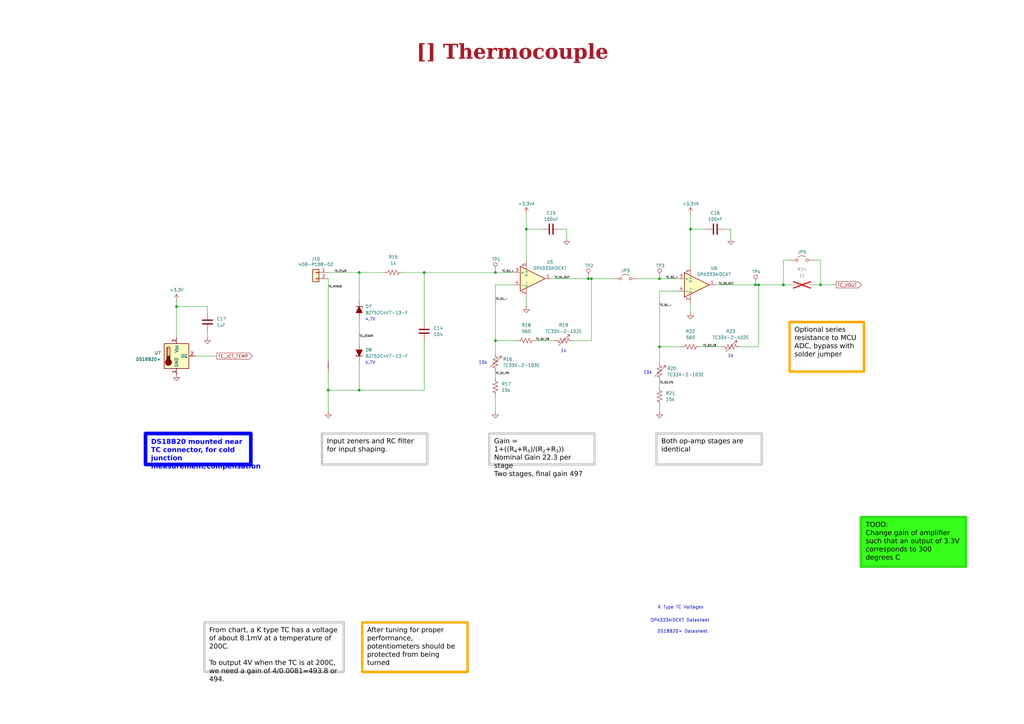
<source format=kicad_sch>
(kicad_sch (version 20250114) (generator "eeschema") (generator_version "9.0")
  (paper "A3")
  (title_block (title "Thermocouple") (date "Last Modified Date") (rev "${REVISION}") (company "${COMPANY}"))
  (lib_symbols
    (symbol "Amplifier_Operational:OPA333xxDBV" (pin_names (offset 0.127))
      (property "Reference" "U" (at -1.27 6.35 0))
      (property "Value" "OPA333xxDBV" (at -1.27 3.81 0))
      (symbol "OPA333xxDBV_0_1"
        (polyline (pts (xy -5.08 5.08) (xy 5.08 0) (xy -5.08 -5.08) (xy -5.08 5.08)) (stroke (width 0.254)) (fill (type background)))
        (pin power_in line (at -2.54 7.62 270) (length 3.81) (name "V+") (number "5"))
        (pin power_in line (at -2.54 -7.62 90) (length 3.81) (name "V-") (number "2"))
      )
      (symbol "OPA333xxDBV_1_1"
        (pin input line (at -7.62 2.54 0) (length 2.54) (name "+") (number "3"))
        (pin input line (at -7.62 -2.54 0) (length 2.54) (name "-") (number "4"))
        (pin output line (at 7.62 0 180) (length 2.54) (name "~") (number "1"))
      )
    )
    (symbol "Connector:TestPoint" (pin_numbers (hide yes)) (pin_names (offset 0.762) (hide yes))
      (property "Reference" "TP" (at 0 6.858 0))
      (property "Value" "TestPoint" (at 0 5.08 0))
      (symbol "TestPoint_0_1"
        (circle (center 0 3.302) (radius 0.762))
      )
      (symbol "TestPoint_1_1"
        (pin passive line (at 0 0 90) (length 2.54) (name "1") (number "1"))
      )
    )
    (symbol "Connector_Generic:Conn_01x02" (pin_names (offset 1.016) (hide yes))
      (property "Reference" "J" (at 0 2.54 0))
      (property "Value" "Conn_01x02" (at 0 -5.08 0))
      (symbol "Conn_01x02_1_1"
        (rectangle (start -1.27 1.27) (end 1.27 -3.81) (stroke (width 0.254)) (fill (type background)))
        (rectangle (start -1.27 0.127) (end 0 -0.127) (stroke (width 0.1524)))
        (rectangle (start -1.27 -2.413) (end 0 -2.667) (stroke (width 0.1524)))
        (pin passive line (at -5.08 0 0) (length 3.81) (name "Pin_1") (number "1"))
        (pin passive line (at -5.08 -2.54 0) (length 3.81) (name "Pin_2") (number "2"))
      )
    )
    (symbol "Device:C" (pin_numbers (hide yes)) (pin_names (offset 0.254))
      (property "Reference" "C" (at 0.635 2.54 0))
      (property "Value" "C" (at 0.635 -2.54 0))
      (symbol "C_0_1"
        (polyline (pts (xy -2.032 0.762) (xy 2.032 0.762)) (stroke (width 0.508)))
        (polyline (pts (xy -2.032 -0.762) (xy 2.032 -0.762)) (stroke (width 0.508)))
      )
      (symbol "C_1_1"
        (pin passive line (at 0 3.81 270) (length 2.794) (name "~") (number "1"))
        (pin passive line (at 0 -3.81 90) (length 2.794) (name "~") (number "2"))
      )
    )
    (symbol "Device:D_Zener_Filled" (pin_numbers (hide yes)) (pin_names (offset 1.016) (hide yes))
      (property "Reference" "D" (at 0 2.54 0))
      (property "Value" "D_Zener_Filled" (at 0 -2.54 0))
      (symbol "D_Zener_Filled_0_1"
        (polyline (pts (xy -1.27 -1.27) (xy -1.27 1.27) (xy -0.762 1.27)) (stroke (width 0.254)))
        (polyline (pts (xy 1.27 0) (xy -1.27 0)))
        (polyline (pts (xy 1.27 -1.27) (xy 1.27 1.27) (xy -1.27 0) (xy 1.27 -1.27)) (stroke (width 0.254)) (fill (type outline)))
      )
      (symbol "D_Zener_Filled_1_1"
        (pin passive line (at -3.81 0 0) (length 2.54) (name "K") (number "1"))
        (pin passive line (at 3.81 0 180) (length 2.54) (name "A") (number "2"))
      )
    )
    (symbol "Device:NetTie_2" (pin_numbers (hide yes)) (pin_names (offset 0) (hide yes)) (in_bom no)
      (property "Reference" "NT" (at 0 1.27 0))
      (property "Value" "NetTie_2" (at 0 -1.27 0))
      (symbol "NetTie_2_0_1"
        (polyline (pts (xy -1.27 0) (xy 1.27 0)) (stroke (width 0.254)))
      )
      (symbol "NetTie_2_1_1"
        (pin passive line (at -2.54 0 0) (length 2.54) (name "1") (number "1"))
        (pin passive line (at 2.54 0 180) (length 2.54) (name "2") (number "2"))
      )
    )
    (symbol "Device:R_US" (pin_numbers (hide yes)) (pin_names (offset 0))
      (property "Reference" "R" (at 2.54 0 90))
      (property "Value" "R_US" (at -2.54 0 90))
      (symbol "R_US_0_1"
        (polyline (pts (xy 0 2.286) (xy 0 2.54)))
        (polyline (pts (xy 0 2.286) (xy 1.016 1.905) (xy 0 1.524) (xy -1.016 1.143) (xy 0 0.762)))
        (polyline (pts (xy 0 0.762) (xy 1.016 0.381) (xy 0 0) (xy -1.016 -0.381) (xy 0 -0.762)))
        (polyline (pts (xy 0 -0.762) (xy 1.016 -1.143) (xy 0 -1.524) (xy -1.016 -1.905) (xy 0 -2.286)))
        (polyline (pts (xy 0 -2.286) (xy 0 -2.54)))
      )
      (symbol "R_US_1_1"
        (pin passive line (at 0 3.81 270) (length 1.27) (name "~") (number "1"))
        (pin passive line (at 0 -3.81 90) (length 1.27) (name "~") (number "2"))
      )
    )
    (symbol "Device:R_Variable_US" (pin_numbers (hide yes)) (pin_names (offset 0))
      (property "Reference" "R" (at 2.54 -2.54 90))
      (property "Value" "R_Variable_US" (at -2.54 -1.27 90))
      (symbol "R_Variable_US_0_1"
        (polyline (pts (xy 0 2.286) (xy 0 2.54)))
        (polyline (pts (xy 0 2.286) (xy 1.016 1.905) (xy 0 1.524) (xy -1.016 1.143) (xy 0 0.762)) (stroke (width 0.1524)))
        (polyline (pts (xy 0 0.762) (xy 1.016 0.381) (xy 0 0) (xy -1.016 -0.381) (xy 0 -0.762)))
        (polyline (pts (xy 0 -0.762) (xy 1.016 -1.143) (xy 0 -1.524) (xy -1.016 -1.905) (xy 0 -2.286)))
        (polyline (pts (xy 0 -2.286) (xy 0 -2.54)))
        (polyline (pts (xy 2.286 1.524) (xy 2.54 2.54) (xy 1.524 2.286) (xy 2.54 2.54) (xy -2.032 -2.032)) (stroke (width 0.1524)))
      )
      (symbol "R_Variable_US_1_1"
        (pin passive line (at 0 3.81 270) (length 1.27) (name "~") (number "1"))
        (pin passive line (at 0 -3.81 90) (length 1.27) (name "~") (number "2"))
      )
    )
    (symbol "Jumper:Jumper_2_Open" (pin_numbers (hide yes)) (pin_names (offset 0) (hide yes))
      (property "Reference" "JP" (at 0 2.794 0))
      (property "Value" "Jumper_2_Open" (at 0 -2.286 0))
      (symbol "Jumper_2_Open_0_0"
        (circle (center -2.032 0) (radius 0.508))
        (circle (center 2.032 0) (radius 0.508))
      )
      (symbol "Jumper_2_Open_0_1"
        (arc (start -1.524 1.27) (mid 0 1.778) (end 1.524 1.27))
      )
      (symbol "Jumper_2_Open_1_1"
        (pin passive line (at -5.08 0 0) (length 2.54) (name "A") (number "1"))
        (pin passive line (at 5.08 0 180) (length 2.54) (name "B") (number "2"))
      )
    )
    (symbol "Sensor_Temperature:DS18B20"
      (property "Reference" "U" (at -3.81 6.35 0))
      (property "Value" "DS18B20" (at 6.35 6.35 0))
      (symbol "DS18B20_0_1"
        (rectangle (start -5.08 5.08) (end 5.08 -5.08) (stroke (width 0.254)) (fill (type background)))
        (polyline (pts (xy -3.937 3.175) (xy -3.937 0)) (stroke (width 0.254)))
        (polyline (pts (xy -3.937 3.175) (xy -3.302 3.175)) (stroke (width 0.254)))
        (polyline (pts (xy -3.937 2.54) (xy -3.302 2.54)) (stroke (width 0.254)))
        (polyline (pts (xy -3.937 1.905) (xy -3.302 1.905)) (stroke (width 0.254)))
        (polyline (pts (xy -3.937 1.27) (xy -3.302 1.27)) (stroke (width 0.254)))
        (polyline (pts (xy -3.937 0.635) (xy -3.302 0.635)) (stroke (width 0.254)))
        (arc (start -3.937 3.175) (mid -3.302 3.8073) (end -2.667 3.175) (stroke (width 0.254)))
        (circle (center -3.302 -2.54) (radius 1.27) (stroke (width 0.254)) (fill (type outline)))
        (polyline (pts (xy -2.667 3.175) (xy -2.667 0)) (stroke (width 0.254)))
        (rectangle (start -2.667 -1.905) (end -3.937 0) (stroke (width 0.254)) (fill (type outline)))
      )
      (symbol "DS18B20_1_1"
        (pin power_in line (at 0 7.62 270) (length 2.54) (name "V_{DD}") (number "3"))
        (pin power_in line (at 0 -7.62 90) (length 2.54) (name "GND") (number "1"))
        (pin bidirectional line (at 7.62 0 180) (length 2.54) (name "DQ") (number "2"))
      )
    )
    (symbol "power:+3.3V" (power) (pin_numbers (hide yes)) (pin_names (offset 0) (hide yes))
      (property "Value" "+3.3V" (at 0 3.556 0))
      (symbol "+3.3V_0_1"
        (polyline (pts (xy -0.762 1.27) (xy 0 2.54)))
        (polyline (pts (xy 0 2.54) (xy 0.762 1.27)))
        (polyline (pts (xy 0 0) (xy 0 2.54)))
      )
      (symbol "+3.3V_1_1"
        (pin power_in line (at 0 0 90) (length 0) (name "~") (number "1"))
      )
    )
    (symbol "power:+3.3VA" (power) (pin_numbers (hide yes)) (pin_names (offset 0) (hide yes))
      (property "Value" "+3.3VA" (at 0 3.556 0))
      (symbol "+3.3VA_0_1"
        (polyline (pts (xy -0.762 1.27) (xy 0 2.54)))
        (polyline (pts (xy 0 2.54) (xy 0.762 1.27)))
        (polyline (pts (xy 0 0) (xy 0 2.54)))
      )
      (symbol "+3.3VA_1_1"
        (pin power_in line (at 0 0 90) (length 0) (name "~") (number "1"))
      )
    )
    (symbol "power:GND" (power) (pin_numbers (hide yes)) (pin_names (offset 0) (hide yes))
      (property "Value" "GND" (at 0 -3.81 0))
      (symbol "GND_0_1"
        (polyline (pts (xy 0 0) (xy 0 -1.27) (xy 1.27 -1.27) (xy 0 -2.54) (xy -1.27 -1.27) (xy 0 -1.27)))
      )
      (symbol "GND_1_1"
        (pin power_in line (at 0 0 270) (length 0) (name "~") (number "1"))
      )
    )
  )
  (text "OPA333AIDCKT Datasheet" (at 278.892 254.508 0) (effects (font (size 1.27 1.27))))
  (text "4.7V" (at 151.892 131.064 0) (effects (font (size 1.27 1.27))))
  (text "10k" (at 198.12 148.844 0) (effects (font (size 1.27 1.27))))
  (text "1k" (at 299.72 146.05 0) (effects (font (size 1.27 1.27))))
  (text "1k" (at 231.14 144.018 0) (effects (font (size 1.27 1.27))))
  (text "4.7V" (at 151.892 148.844 0) (effects (font (size 1.27 1.27))))
  (text "DS18B20+ Datasheet" (at 279.908 259.08 0) (effects (font (size 1.27 1.27))))
  (text "K Type TC Voltages" (at 279.146 249.174 0) (effects (font (size 1.27 1.27))))
  (text "10k" (at 265.684 152.908 0) (effects (font (size 1.27 1.27))))
  (text_box "From chart, a K type TC has a voltage of about 8.1mV at a temperature of 200C.\n\nTo output 4V when the TC is at 200C, we need a gain of 4/0.0081=493.8 or 494." (at 83.82 255.27 0) (size 57.15 20.32) (margins 2 2 2 2) (stroke (width 1) (color 200 200 200 1)) (effects (font (size 2 2)) (justify left top)))
  (text_box "DS18B20 mounted near TC connector, for cold junction measurement/compensation" (at 59.69 177.8 0) (size 43.18 12.7) (margins 2.25 2.25 2.25 2.25) (stroke (width 1.5) (color 0 0 255 1)) (effects (font (size 2 2) (thickness 0.4) (bold yes)) (justify left top)))
  (text_box "After tuning for proper performance, potentiometers should be protected from being turned" (at 148.59 255.27 0) (size 43.18 20.32) (margins 2 2 2 2) (stroke (width 1) (color 255 165 0 1)) (effects (font (size 2 2)) (justify left top)))
  (text_box "Input zeners and RC filter for input shaping." (at 132.08 177.8 0) (size 43.18 12.7) (margins 2 2 2 2) (stroke (width 1) (color 200 200 200 1)) (effects (font (size 2 2)) (justify left top)))
  (text_box "Optional series resistance to MCU ADC, bypass with solder jumper" (at 323.85 132.08 0) (size 30.48 20.32) (margins 2 2 2 2) (stroke (width 1) (color 255 165 0 1)) (effects (font (size 2 2)) (justify left top)))
  (text_box "Gain = 1+((R_{4}+R_{5})/(R_{2}+R_{3}))\nNominal Gain 22.3 per stage\nTwo stages, final gain 497" (at 200.66 177.8 0) (size 43.18 12.7) (margins 2 2 2 2) (stroke (width 1) (color 200 200 200 1)) (effects (font (size 2 2)) (justify left top)))
  (text_box "TODO:\nChange gain of amplifier such that an output of 3.3V corresponds to 300 degrees C" (at 353.06 212.09 0) (size 43.18 20.32) (margins 2 2 2 2) (stroke (width 1) (color 47 219 23 1)) (fill (type color) (color 55 255 27 1)) (effects (font (size 2 2)) (justify left top)))
  (text_box "[${#}] ${TITLE}" (at 12.7 15.24 0) (size 394.97 12.7) (margins 4.4999 4.4999 4.4999 4.4999) (stroke (width -0.0001)) (effects (font (size 6 6) (thickness 1.2) (bold yes))))
  (text_box "Both op-amp stages are identical" (at 269.24 177.8 0) (size 43.18 12.7) (margins 2 2 2 2) (stroke (width 1) (color 200 200 200 1)) (effects (font (size 2 2)) (justify left top)))
  (junction (at 134.62 160.02))
  (junction (at 270.51 114.3))
  (junction (at 215.9 93.98))
  (junction (at 147.32 160.02))
  (junction (at 72.39 125.73))
  (junction (at 336.55 116.84))
  (junction (at 242.57 114.3))
  (junction (at 173.99 111.76))
  (junction (at 270.51 142.24))
  (junction (at 309.88 116.84))
  (junction (at 241.3 114.3))
  (junction (at 283.21 93.98))
  (junction (at 203.2 139.7))
  (junction (at 203.2 111.76))
  (junction (at 311.15 116.84))
  (junction (at 321.31 116.84))
  (junction (at 147.32 111.76))
  (wire (pts (xy 270.51 142.24) (xy 279.4 142.24)))
  (wire (pts (xy 336.55 116.84) (xy 342.9 116.84)))
  (wire (pts (xy 270.51 114.3) (xy 278.13 114.3)))
  (wire (pts (xy 261.62 114.3) (xy 270.51 114.3)))
  (wire (pts (xy 173.99 111.76) (xy 203.2 111.76)))
  (wire (pts (xy 147.32 130.81) (xy 147.32 140.97)))
  (wire (pts (xy 219.71 139.7) (xy 227.33 139.7)))
  (wire (pts (xy 134.62 111.76) (xy 147.32 111.76)))
  (wire (pts (xy 299.72 93.98) (xy 299.72 97.79)))
  (wire (pts (xy 232.41 93.98) (xy 232.41 97.79)))
  (wire (pts (xy 311.15 142.24) (xy 311.15 116.84)))
  (wire (pts (xy 210.82 116.84) (xy 203.2 116.84)))
  (wire (pts (xy 270.51 156.21) (xy 270.51 158.75)))
  (wire (pts (xy 147.32 111.76) (xy 147.32 123.19)))
  (wire (pts (xy 270.51 166.37) (xy 270.51 168.91)))
  (wire (pts (xy 134.62 152.4) (xy 134.62 160.02)))
  (wire (pts (xy 203.2 116.84) (xy 203.2 139.7)))
  (wire (pts (xy 283.21 128.27) (xy 283.21 124.46)))
  (wire (pts (xy 311.15 116.84) (xy 321.31 116.84)))
  (wire (pts (xy 270.51 119.38) (xy 270.51 142.24)))
  (wire (pts (xy 203.2 139.7) (xy 212.09 139.7)))
  (wire (pts (xy 72.39 125.73) (xy 72.39 138.43)))
  (wire (pts (xy 332.74 116.84) (xy 336.55 116.84)))
  (wire (pts (xy 283.21 87.63) (xy 283.21 93.98)))
  (wire (pts (xy 321.31 106.68) (xy 321.31 116.84)))
  (wire (pts (xy 309.88 116.84) (xy 311.15 116.84)))
  (wire (pts (xy 270.51 142.24) (xy 270.51 148.59)))
  (wire (pts (xy 222.25 93.98) (xy 215.9 93.98)))
  (wire (pts (xy 203.2 152.4) (xy 203.2 154.94)))
  (wire (pts (xy 287.02 142.24) (xy 295.91 142.24)))
  (wire (pts (xy 203.2 139.7) (xy 203.2 144.78)))
  (wire (pts (xy 242.57 114.3) (xy 251.46 114.3)))
  (wire (pts (xy 303.53 142.24) (xy 311.15 142.24)))
  (wire (pts (xy 147.32 111.76) (xy 157.48 111.76)))
  (wire (pts (xy 226.06 114.3) (xy 241.3 114.3)))
  (wire (pts (xy 85.09 135.89) (xy 85.09 138.43)))
  (wire (pts (xy 242.57 139.7) (xy 242.57 114.3)))
  (wire (pts (xy 134.62 114.3) (xy 134.62 147.32)))
  (wire (pts (xy 323.85 106.68) (xy 321.31 106.68)))
  (wire (pts (xy 283.21 93.98) (xy 283.21 109.22)))
  (wire (pts (xy 215.9 125.73) (xy 215.9 121.92)))
  (wire (pts (xy 293.37 116.84) (xy 309.88 116.84)))
  (wire (pts (xy 203.2 162.56) (xy 203.2 168.91)))
  (wire (pts (xy 203.2 111.76) (xy 210.82 111.76)))
  (wire (pts (xy 80.01 146.05) (xy 88.9 146.05)))
  (wire (pts (xy 72.39 125.73) (xy 85.09 125.73)))
  (wire (pts (xy 173.99 111.76) (xy 173.99 132.08)))
  (wire (pts (xy 241.3 114.3) (xy 242.57 114.3)))
  (wire (pts (xy 147.32 160.02) (xy 173.99 160.02)))
  (wire (pts (xy 229.87 93.98) (xy 232.41 93.98)))
  (wire (pts (xy 334.01 106.68) (xy 336.55 106.68)))
  (wire (pts (xy 72.39 123.19) (xy 72.39 125.73)))
  (wire (pts (xy 147.32 148.59) (xy 147.32 160.02)))
  (wire (pts (xy 215.9 87.63) (xy 215.9 93.98)))
  (wire (pts (xy 134.62 160.02) (xy 134.62 168.91)))
  (wire (pts (xy 134.62 160.02) (xy 147.32 160.02)))
  (wire (pts (xy 321.31 116.84) (xy 325.12 116.84)))
  (wire (pts (xy 278.13 119.38) (xy 270.51 119.38)))
  (wire (pts (xy 173.99 139.7) (xy 173.99 160.02)))
  (wire (pts (xy 234.95 139.7) (xy 242.57 139.7)))
  (wire (pts (xy 297.18 93.98) (xy 299.72 93.98)))
  (wire (pts (xy 289.56 93.98) (xy 283.21 93.98)))
  (wire (pts (xy 215.9 93.98) (xy 215.9 106.68)))
  (wire (pts (xy 165.1 111.76) (xy 173.99 111.76)))
  (wire (pts (xy 336.55 106.68) (xy 336.55 116.84)))
  (wire (pts (xy 85.09 128.27) (xy 85.09 125.73)))
  (label "TC_S1_-" (at 270.51 125.73 0) (effects (font (size 0.762 0.762))))
  (label "TC_S1_FB" (at 219.71 139.7 0) (effects (font (size 0.762 0.762))))
  (label "TC_S1_+" (at 205.74 111.76 0) (effects (font (size 0.762 0.762))))
  (label "TC_S2_FB" (at 288.29 142.24 0) (effects (font (size 0.762 0.762))))
  (label "TC_S1_PD" (at 203.2 153.67 0) (effects (font (size 0.762 0.762))))
  (label "TC_S2_OUT" (at 294.64 116.84 0) (effects (font (size 0.762 0.762))))
  (label "TC_PLUS" (at 137.16 111.76 0) (effects (font (size 0.762 0.762))))
  (label "TC_ZENER" (at 147.32 138.43 0) (effects (font (size 0.762 0.762))))
  (label "TC_MINUS" (at 134.62 118.11 0) (effects (font (size 0.762 0.762))))
  (label "TC_S2_+" (at 273.05 114.3 0) (effects (font (size 0.762 0.762))))
  (label "TC_S1_OUT" (at 227.33 114.3 0) (effects (font (size 0.762 0.762))))
  (label "TC_S2_PD" (at 270.51 157.48 0) (effects (font (size 0.762 0.762))))
  (label "TC_S1_-" (at 203.2 123.19 0) (effects (font (size 0.762 0.762))))
  (global_label "TC_VOUT" (shape output) (at 342.9 116.84 0) (property "Intersheetrefs" "${INTERSHEET_REFS}" (effects (hide yes))))
  (global_label "TC_JCT_TEMP" (shape output) (at 88.9 146.05 0) (property "Intersheetrefs" "${INTERSHEET_REFS}" (effects (hide yes))))
  (symbol (lib_id "Connector:TestPoint") (at 203.2 111.76 0) (unit 1)
    (property "Reference" "TP1" (at 201.676 106.426 0) (effects (justify left)))
    (property "Value" "TestPoint" (effects (hide yes)))
    (property "Footprint" "Connector_PinHeader_2.54mm:PinHeader_1x01_P2.54mm_Vertical" (effects (hide yes)))
    (property "Description" "test point" (effects (hide yes)))
  )
  (symbol (lib_id "power:GND") (at 134.62 168.91 0) (unit 1)
    (property "Reference" "#PWR036" (effects (hide yes)))
    (property "Value" "GND" (effects (hide yes)))
    (property "Description" "Power symbol creates a global label with name \"GND\" , ground" (effects (hide yes)))
  )
  (symbol (lib_id "Device:R_US") (at 270.51 162.56 0) (unit 1)
    (property "Reference" "R21" (at 273.05 161.2899 0) (effects (justify left)))
    (property "Value" "15k" (at 273.05 163.8299 0) (effects (justify left)))
    (property "Footprint" "Resistor_SMD:R_0603_1608Metric_Pad0.98x0.95mm_HandSolder" (effects (hide yes)))
    (property "Description" "Resistor, US symbol" (effects (hide yes)))
  )
  (symbol (lib_id "Device:R_Variable_US") (at 231.14 139.7 270) (mirror x) (unit 1)
    (property "Reference" "R19" (at 231.14 133.35 90))
    (property "Value" "TC33X-2-102E" (at 231.14 135.89 90))
    (property "Footprint" "Potentiometer_SMD:Potentiometer_Bourns_TC33X_Vertical" (effects (hide yes)))
    (property "Description" "Variable resistor, US symbol" (effects (hide yes)))
  )
  (symbol (lib_id "power:GND") (at 72.39 153.67 0) (unit 1)
    (property "Reference" "#PWR046" (effects (hide yes)))
    (property "Value" "GND" (effects (hide yes)))
    (property "Description" "Power symbol creates a global label with name \"GND\" , ground" (effects (hide yes)))
  )
  (symbol (lib_id "power:GND") (at 299.72 97.79 0) (unit 1)
    (property "Reference" "#PWR044" (effects (hide yes)))
    (property "Value" "GND" (effects (hide yes)))
    (property "Description" "Power symbol creates a global label with name \"GND\" , ground" (effects (hide yes)))
  )
  (symbol (lib_id "Device:R_US") (at 283.21 142.24 90) (unit 1)
    (property "Reference" "R22" (at 283.21 135.89 90))
    (property "Value" "560" (at 283.21 138.43 90))
    (property "Footprint" "Resistor_SMD:R_0603_1608Metric_Pad0.98x0.95mm_HandSolder" (effects (hide yes)))
    (property "Description" "Resistor, US symbol" (effects (hide yes)))
  )
  (symbol (lib_id "Jumper:Jumper_2_Open") (at 256.54 114.3 0) (unit 1)
    (property "Reference" "JP3" (at 256.54 110.998 0))
    (property "Value" "Jumper_2_Open" (effects (hide yes)))
    (property "Footprint" "Connector_PinHeader_2.54mm:PinHeader_1x02_P2.54mm_Vertical" (effects (hide yes)))
    (property "Description" "Jumper, 2-pole, open" (effects (hide yes)))
  )
  (symbol (lib_id "power:GND") (at 215.9 125.73 0) (unit 1)
    (property "Reference" "#PWR039" (effects (hide yes)))
    (property "Value" "GND" (effects (hide yes)))
    (property "Description" "Power symbol creates a global label with name \"GND\" , ground" (effects (hide yes)))
  )
  (symbol (lib_id "Device:D_Zener_Filled") (at 147.32 144.78 90) (unit 1)
    (property "Reference" "D8" (at 149.86 143.5099 90) (effects (justify right)))
    (property "Value" "BZT52C4V7-13-F" (at 149.86 146.0499 90) (effects (justify right)))
    (property "Footprint" "Diode_SMD:D_SOD-123" (effects (hide yes)))
    (property "Description" "Zener diode, filled shape" (effects (hide yes)))
  )
  (symbol (lib_id "power:GND") (at 203.2 168.91 0) (unit 1)
    (property "Reference" "#PWR037" (effects (hide yes)))
    (property "Value" "GND" (effects (hide yes)))
    (property "Description" "Power symbol creates a global label with name \"GND\" , ground" (effects (hide yes)))
  )
  (symbol (lib_id "Device:R_US") (at 215.9 139.7 90) (unit 1)
    (property "Reference" "R18" (at 215.9 133.35 90))
    (property "Value" "560" (at 215.9 135.89 90))
    (property "Footprint" "Resistor_SMD:R_0603_1608Metric_Pad0.98x0.95mm_HandSolder" (effects (hide yes)))
    (property "Description" "Resistor, US symbol" (effects (hide yes)))
  )
  (symbol (lib_id "Device:NetTie_2") (at 134.62 149.86 90) (unit 1) (in_bom no)
    (property "Reference" "NT1" (effects (hide yes)))
    (property "Value" "NetTie_2" (effects (hide yes)))
    (property "Footprint" "NetTie:NetTie-2_SMD_Pad0.5mm" (effects (hide yes)))
    (property "Description" "Net tie, 2 pins" (effects (hide yes)))
  )
  (symbol (lib_id "Device:R_Variable_US") (at 270.51 152.4 0) (unit 1)
    (property "Reference" "R20" (at 273.558 151.13 0) (effects (justify left)))
    (property "Value" "TC33X-2-103E" (at 273.558 153.67 0) (effects (justify left)))
    (property "Footprint" "Potentiometer_SMD:Potentiometer_Bourns_TC33X_Vertical" (effects (hide yes)))
    (property "Description" "Variable resistor, US symbol" (effects (hide yes)))
  )
  (symbol (lib_id "power:GND") (at 283.21 128.27 0) (unit 1)
    (property "Reference" "#PWR043" (effects (hide yes)))
    (property "Value" "GND" (effects (hide yes)))
    (property "Description" "Power symbol creates a global label with name \"GND\" , ground" (effects (hide yes)))
  )
  (symbol (lib_id "Device:D_Zener_Filled") (at 147.32 127 270) (unit 1)
    (property "Reference" "D7" (at 149.86 125.7299 90) (effects (justify left)))
    (property "Value" "BZT52C4V7-13-F" (at 149.86 128.2699 90) (effects (justify left)))
    (property "Footprint" "Diode_SMD:D_SOD-123" (effects (hide yes)))
    (property "Description" "Zener diode, filled shape" (effects (hide yes)))
  )
  (symbol (lib_id "Sensor_Temperature:DS18B20") (at 72.39 146.05 0) (unit 1)
    (property "Reference" "U7" (at 66.04 144.7799 0) (effects (justify right)))
    (property "Value" "DS18B20+" (at 66.04 147.3199 0) (effects (justify right)))
    (property "Footprint" "Package_TO_SOT_THT:TO-92_Inline" (effects (hide yes)))
    (property "Datasheet" "http://datasheets.maximintegrated.com/en/ds/DS18B20.pdf" (effects (hide yes)))
    (property "Description" "Programmable Resolution 1-Wire Digital Thermometer TO-92" (effects (hide yes)))
  )
  (symbol (lib_id "Device:R_US") (at 328.93 116.84 90) (unit 1) (dnp yes)
    (property "Reference" "R24" (at 328.93 110.49 90))
    (property "Value" "1k" (at 328.93 113.03 90))
    (property "Footprint" "Resistor_SMD:R_0603_1608Metric_Pad0.98x0.95mm_HandSolder" (effects (hide yes)))
    (property "Description" "Resistor, US symbol" (effects (hide yes)))
  )
  (symbol (lib_id "Device:C") (at 85.09 132.08 0) (unit 1)
    (property "Reference" "C17" (at 88.9 130.8099 0) (effects (justify left)))
    (property "Value" "1uF" (at 88.9 133.3499 0) (effects (justify left)))
    (property "Footprint" "Capacitor_SMD:C_0805_2012Metric_Pad1.18x1.45mm_HandSolder" (effects (hide yes)))
    (property "Description" "Unpolarized capacitor" (effects (hide yes)))
  )
  (symbol (lib_id "Device:R_Variable_US") (at 299.72 142.24 270) (mirror x) (unit 1)
    (property "Reference" "R23" (at 299.72 135.89 90))
    (property "Value" "TC33X-2-102E" (at 299.72 138.43 90))
    (property "Footprint" "Potentiometer_SMD:Potentiometer_Bourns_TC33X_Vertical" (effects (hide yes)))
    (property "Description" "Variable resistor, US symbol" (effects (hide yes)))
  )
  (symbol (lib_id "Device:C") (at 226.06 93.98 90) (unit 1)
    (property "Reference" "C15" (at 226.06 87.376 90))
    (property "Value" "100nF" (at 226.06 89.916 90))
    (property "Footprint" "Capacitor_SMD:C_0805_2012Metric_Pad1.18x1.45mm_HandSolder" (effects (hide yes)))
    (property "Description" "Unpolarized capacitor" (effects (hide yes)))
  )
  (symbol (lib_id "Device:R_US") (at 161.29 111.76 90) (unit 1)
    (property "Reference" "R15" (at 161.29 105.41 90))
    (property "Value" "1k" (at 161.29 107.95 90))
    (property "Footprint" "Resistor_SMD:R_0603_1608Metric_Pad0.98x0.95mm_HandSolder" (effects (hide yes)))
    (property "Description" "Resistor, US symbol" (effects (hide yes)))
  )
  (symbol (lib_id "Connector_Generic:Conn_01x02") (at 129.54 111.76 0) (mirror y) (unit 1)
    (property "Reference" "J10" (at 129.54 106.172 0))
    (property "Value" "4DB-P108-02" (at 129.54 108.458 0))
    (property "Footprint" "4DB_P108_02:CONN_4DB-P108-02_TEC" (effects (hide yes)))
    (property "Description" "Generic connector, single row, 01x02, script generated (kicad-library-utils/schlib/autogen/connector/)" (effects (hide yes)))
  )
  (symbol (lib_id "Connector:TestPoint") (at 241.3 114.3 0) (unit 1)
    (property "Reference" "TP2" (at 239.776 108.966 0) (effects (justify left)))
    (property "Value" "TestPoint" (effects (hide yes)))
    (property "Footprint" "Connector_PinHeader_2.54mm:PinHeader_1x01_P2.54mm_Vertical" (effects (hide yes)))
    (property "Description" "test point" (effects (hide yes)))
  )
  (symbol (lib_id "Device:C") (at 293.37 93.98 90) (unit 1)
    (property "Reference" "C16" (at 293.37 87.376 90))
    (property "Value" "100nF" (at 293.37 89.916 90))
    (property "Footprint" "Capacitor_SMD:C_0805_2012Metric_Pad1.18x1.45mm_HandSolder" (effects (hide yes)))
    (property "Description" "Unpolarized capacitor" (effects (hide yes)))
  )
  (symbol (lib_id "Device:R_US") (at 203.2 158.75 0) (unit 1)
    (property "Reference" "R17" (at 205.74 157.4799 0) (effects (justify left)))
    (property "Value" "15k" (at 205.74 160.0199 0) (effects (justify left)))
    (property "Footprint" "Resistor_SMD:R_0603_1608Metric_Pad0.98x0.95mm_HandSolder" (effects (hide yes)))
    (property "Description" "Resistor, US symbol" (effects (hide yes)))
  )
  (symbol (lib_id "power:GND") (at 85.09 138.43 0) (unit 1)
    (property "Reference" "#PWR047" (effects (hide yes)))
    (property "Value" "GND" (effects (hide yes)))
    (property "Description" "Power symbol creates a global label with name \"GND\" , ground" (effects (hide yes)))
  )
  (symbol (lib_id "Connector:TestPoint") (at 309.88 116.84 0) (unit 1)
    (property "Reference" "TP4" (at 308.356 111.506 0) (effects (justify left)))
    (property "Value" "TestPoint" (effects (hide yes)))
    (property "Footprint" "Connector_PinHeader_2.54mm:PinHeader_1x01_P2.54mm_Vertical" (effects (hide yes)))
    (property "Description" "test point" (effects (hide yes)))
  )
  (symbol (lib_id "power:+3.3VA") (at 215.9 87.63 0) (unit 1)
    (property "Reference" "#PWR038" (effects (hide yes)))
    (property "Value" "+3.3VA" (at 215.9 83.566 0))
    (property "Description" "Power symbol creates a global label with name \"+3.3VA\"" (effects (hide yes)))
  )
  (symbol (lib_id "power:+3.3VA") (at 283.21 87.63 0) (unit 1)
    (property "Reference" "#PWR042" (effects (hide yes)))
    (property "Value" "+3.3VA" (at 283.21 83.566 0))
    (property "Description" "Power symbol creates a global label with name \"+3.3VA\"" (effects (hide yes)))
  )
  (symbol (lib_id "Amplifier_Operational:OPA333xxDBV") (at 218.44 114.3 0) (unit 1)
    (property "Reference" "U5" (at 225.552 107.442 0))
    (property "Value" "OPA333AIDCKT" (at 225.552 109.982 0))
    (property "Footprint" "Package_SO:SOIC-8_3.9x4.9mm_P1.27mm" (effects (hide yes)))
    (property "Datasheet" "http://www.ti.com/lit/ds/symlink/opa333.pdf" (effects (hide yes)))
    (property "Description" "Single 1.8V, microPower, CMOS Operational Amplifiers, Zero-Drift Series, SOT-23-5" (effects (hide yes)))
  )
  (symbol (lib_id "power:GND") (at 232.41 97.79 0) (unit 1)
    (property "Reference" "#PWR040" (effects (hide yes)))
    (property "Value" "GND" (effects (hide yes)))
    (property "Description" "Power symbol creates a global label with name \"GND\" , ground" (effects (hide yes)))
  )
  (symbol (lib_id "Connector:TestPoint") (at 270.51 114.3 0) (unit 1)
    (property "Reference" "TP3" (at 268.986 108.966 0) (effects (justify left)))
    (property "Value" "TestPoint" (effects (hide yes)))
    (property "Footprint" "Connector_PinHeader_2.54mm:PinHeader_1x01_P2.54mm_Vertical" (effects (hide yes)))
    (property "Description" "test point" (effects (hide yes)))
  )
  (symbol (lib_id "Device:C") (at 173.99 135.89 0) (unit 1)
    (property "Reference" "C14" (at 177.8 134.6199 0) (effects (justify left)))
    (property "Value" "104" (at 177.8 137.1599 0) (effects (justify left)))
    (property "Footprint" "Capacitor_SMD:C_0603_1608Metric_Pad1.08x0.95mm_HandSolder" (effects (hide yes)))
    (property "Description" "Unpolarized capacitor" (effects (hide yes)))
  )
  (symbol (lib_id "Jumper:Jumper_2_Open") (at 328.93 106.68 0) (unit 1)
    (property "Reference" "JP5" (at 328.93 103.378 0))
    (property "Value" "Jumper_2_Open" (effects (hide yes)))
    (property "Footprint" "Jumper:SolderJumper-2_P1.3mm_Open_TrianglePad1.0x1.5mm" (effects (hide yes)))
    (property "Description" "Jumper, 2-pole, open" (effects (hide yes)))
  )
  (symbol (lib_id "power:+3.3V") (at 72.39 123.19 0) (unit 1)
    (property "Reference" "#PWR045" (effects (hide yes)))
    (property "Value" "+3.3V" (at 72.39 118.872 0))
    (property "Description" "Power symbol creates a global label with name \"+3.3V\"" (effects (hide yes)))
  )
  (symbol (lib_id "Device:R_Variable_US") (at 203.2 148.59 0) (unit 1)
    (property "Reference" "R16" (at 206.248 147.32 0) (effects (justify left)))
    (property "Value" "TC33X-2-103E" (at 206.248 149.86 0) (effects (justify left)))
    (property "Footprint" "Potentiometer_SMD:Potentiometer_Bourns_TC33X_Vertical" (effects (hide yes)))
    (property "Description" "Variable resistor, US symbol" (effects (hide yes)))
  )
  (symbol (lib_id "power:GND") (at 270.51 168.91 0) (unit 1)
    (property "Reference" "#PWR041" (effects (hide yes)))
    (property "Value" "GND" (effects (hide yes)))
    (property "Description" "Power symbol creates a global label with name \"GND\" , ground" (effects (hide yes)))
  )
  (symbol (lib_id "Amplifier_Operational:OPA333xxDBV") (at 285.75 116.84 0) (unit 1)
    (property "Reference" "U6" (at 292.862 109.982 0))
    (property "Value" "OPA333AIDCKT" (at 292.862 112.522 0))
    (property "Footprint" "Package_SO:SOIC-8_3.9x4.9mm_P1.27mm" (effects (hide yes)))
    (property "Datasheet" "http://www.ti.com/lit/ds/symlink/opa333.pdf" (effects (hide yes)))
    (property "Description" "Single 1.8V, microPower, CMOS Operational Amplifiers, Zero-Drift Series, SOT-23-5" (effects (hide yes)))
  )
)
</source>
